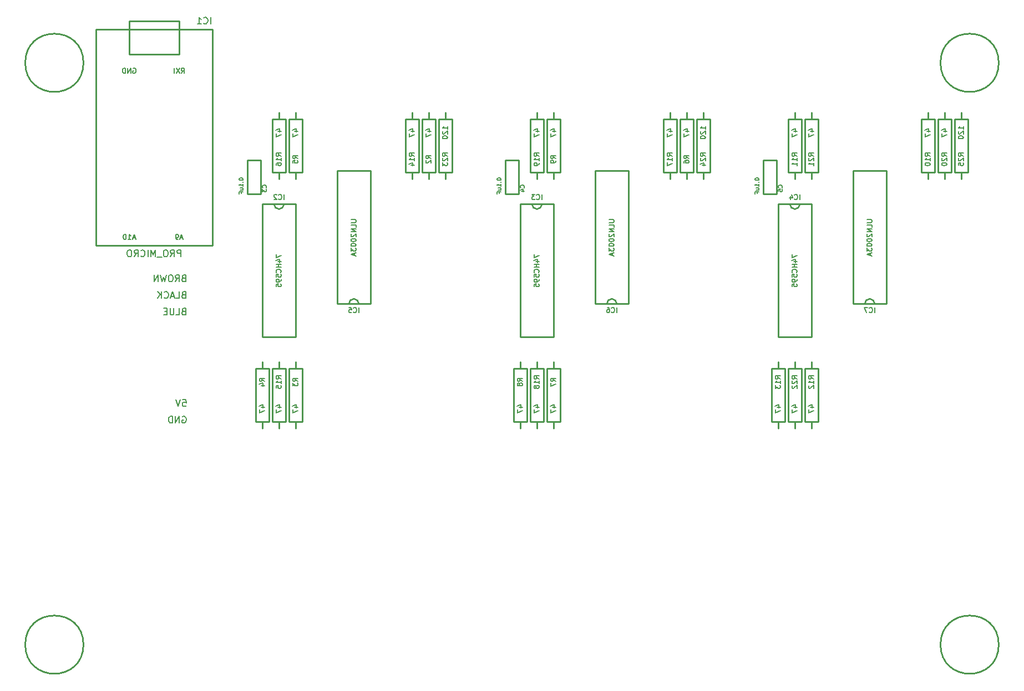
<source format=gbo>
G04 (created by PCBNEW (2013-07-07 BZR 4022)-stable) date Fri 01 Jul 2022 09:03:58 PM CDT*
%MOIN*%
G04 Gerber Fmt 3.4, Leading zero omitted, Abs format*
%FSLAX34Y34*%
G01*
G70*
G90*
G04 APERTURE LIST*
%ADD10C,0.00590551*%
%ADD11C,0.008*%
%ADD12C,0.01*%
%ADD13C,0.006*%
%ADD14C,0.005*%
G04 APERTURE END LIST*
G54D10*
G54D11*
X32695Y-41780D02*
X32733Y-41761D01*
X32790Y-41761D01*
X32847Y-41780D01*
X32885Y-41819D01*
X32904Y-41857D01*
X32923Y-41933D01*
X32923Y-41990D01*
X32904Y-42066D01*
X32885Y-42104D01*
X32847Y-42142D01*
X32790Y-42161D01*
X32752Y-42161D01*
X32695Y-42142D01*
X32676Y-42123D01*
X32676Y-41990D01*
X32752Y-41990D01*
X32504Y-42161D02*
X32504Y-41761D01*
X32276Y-42161D01*
X32276Y-41761D01*
X32085Y-42161D02*
X32085Y-41761D01*
X31990Y-41761D01*
X31933Y-41780D01*
X31895Y-41819D01*
X31876Y-41857D01*
X31857Y-41933D01*
X31857Y-41990D01*
X31876Y-42066D01*
X31895Y-42104D01*
X31933Y-42142D01*
X31990Y-42161D01*
X32085Y-42161D01*
X32714Y-40761D02*
X32904Y-40761D01*
X32923Y-40952D01*
X32904Y-40933D01*
X32866Y-40914D01*
X32771Y-40914D01*
X32733Y-40933D01*
X32714Y-40952D01*
X32695Y-40990D01*
X32695Y-41085D01*
X32714Y-41123D01*
X32733Y-41142D01*
X32771Y-41161D01*
X32866Y-41161D01*
X32904Y-41142D01*
X32923Y-41123D01*
X32580Y-40761D02*
X32447Y-41161D01*
X32314Y-40761D01*
X32771Y-35452D02*
X32714Y-35471D01*
X32695Y-35490D01*
X32676Y-35528D01*
X32676Y-35585D01*
X32695Y-35623D01*
X32714Y-35642D01*
X32752Y-35661D01*
X32904Y-35661D01*
X32904Y-35261D01*
X32771Y-35261D01*
X32733Y-35280D01*
X32714Y-35300D01*
X32695Y-35338D01*
X32695Y-35376D01*
X32714Y-35414D01*
X32733Y-35433D01*
X32771Y-35452D01*
X32904Y-35452D01*
X32314Y-35661D02*
X32504Y-35661D01*
X32504Y-35261D01*
X32180Y-35261D02*
X32180Y-35585D01*
X32161Y-35623D01*
X32142Y-35642D01*
X32104Y-35661D01*
X32028Y-35661D01*
X31990Y-35642D01*
X31971Y-35623D01*
X31952Y-35585D01*
X31952Y-35261D01*
X31761Y-35452D02*
X31628Y-35452D01*
X31571Y-35661D02*
X31761Y-35661D01*
X31761Y-35261D01*
X31571Y-35261D01*
X32771Y-34452D02*
X32714Y-34471D01*
X32695Y-34490D01*
X32676Y-34528D01*
X32676Y-34585D01*
X32695Y-34623D01*
X32714Y-34642D01*
X32752Y-34661D01*
X32904Y-34661D01*
X32904Y-34261D01*
X32771Y-34261D01*
X32733Y-34280D01*
X32714Y-34300D01*
X32695Y-34338D01*
X32695Y-34376D01*
X32714Y-34414D01*
X32733Y-34433D01*
X32771Y-34452D01*
X32904Y-34452D01*
X32314Y-34661D02*
X32504Y-34661D01*
X32504Y-34261D01*
X32200Y-34547D02*
X32009Y-34547D01*
X32238Y-34661D02*
X32104Y-34261D01*
X31971Y-34661D01*
X31609Y-34623D02*
X31628Y-34642D01*
X31685Y-34661D01*
X31723Y-34661D01*
X31780Y-34642D01*
X31819Y-34604D01*
X31838Y-34566D01*
X31857Y-34490D01*
X31857Y-34433D01*
X31838Y-34357D01*
X31819Y-34319D01*
X31780Y-34280D01*
X31723Y-34261D01*
X31685Y-34261D01*
X31628Y-34280D01*
X31609Y-34300D01*
X31438Y-34661D02*
X31438Y-34261D01*
X31209Y-34661D02*
X31380Y-34433D01*
X31209Y-34261D02*
X31438Y-34490D01*
X32771Y-33452D02*
X32714Y-33471D01*
X32695Y-33490D01*
X32676Y-33528D01*
X32676Y-33585D01*
X32695Y-33623D01*
X32714Y-33642D01*
X32752Y-33661D01*
X32904Y-33661D01*
X32904Y-33261D01*
X32771Y-33261D01*
X32733Y-33280D01*
X32714Y-33300D01*
X32695Y-33338D01*
X32695Y-33376D01*
X32714Y-33414D01*
X32733Y-33433D01*
X32771Y-33452D01*
X32904Y-33452D01*
X32276Y-33661D02*
X32409Y-33471D01*
X32504Y-33661D02*
X32504Y-33261D01*
X32352Y-33261D01*
X32314Y-33280D01*
X32295Y-33300D01*
X32276Y-33338D01*
X32276Y-33395D01*
X32295Y-33433D01*
X32314Y-33452D01*
X32352Y-33471D01*
X32504Y-33471D01*
X32028Y-33261D02*
X31952Y-33261D01*
X31914Y-33280D01*
X31876Y-33319D01*
X31857Y-33395D01*
X31857Y-33528D01*
X31876Y-33604D01*
X31914Y-33642D01*
X31952Y-33661D01*
X32028Y-33661D01*
X32066Y-33642D01*
X32104Y-33604D01*
X32123Y-33528D01*
X32123Y-33395D01*
X32104Y-33319D01*
X32066Y-33280D01*
X32028Y-33261D01*
X31723Y-33261D02*
X31628Y-33661D01*
X31552Y-33376D01*
X31476Y-33661D01*
X31380Y-33261D01*
X31228Y-33661D02*
X31228Y-33261D01*
X31000Y-33661D01*
X31000Y-33261D01*
G54D12*
X55000Y-27500D02*
X55000Y-27100D01*
X55000Y-27100D02*
X55400Y-27100D01*
X55400Y-27100D02*
X55400Y-23900D01*
X55400Y-23900D02*
X54600Y-23900D01*
X54600Y-23900D02*
X54600Y-27100D01*
X54600Y-27100D02*
X55000Y-27100D01*
X55000Y-23500D02*
X55000Y-23900D01*
X69500Y-38500D02*
X69500Y-38900D01*
X69500Y-38900D02*
X69100Y-38900D01*
X69100Y-38900D02*
X69100Y-42100D01*
X69100Y-42100D02*
X69900Y-42100D01*
X69900Y-42100D02*
X69900Y-38900D01*
X69900Y-38900D02*
X69500Y-38900D01*
X69500Y-42500D02*
X69500Y-42100D01*
X70500Y-27500D02*
X70500Y-27100D01*
X70500Y-27100D02*
X70900Y-27100D01*
X70900Y-27100D02*
X70900Y-23900D01*
X70900Y-23900D02*
X70100Y-23900D01*
X70100Y-23900D02*
X70100Y-27100D01*
X70100Y-27100D02*
X70500Y-27100D01*
X70500Y-23500D02*
X70500Y-23900D01*
X78500Y-27500D02*
X78500Y-27100D01*
X78500Y-27100D02*
X78900Y-27100D01*
X78900Y-27100D02*
X78900Y-23900D01*
X78900Y-23900D02*
X78100Y-23900D01*
X78100Y-23900D02*
X78100Y-27100D01*
X78100Y-27100D02*
X78500Y-27100D01*
X78500Y-23500D02*
X78500Y-23900D01*
X68500Y-38500D02*
X68500Y-38900D01*
X68500Y-38900D02*
X68100Y-38900D01*
X68100Y-38900D02*
X68100Y-42100D01*
X68100Y-42100D02*
X68900Y-42100D01*
X68900Y-42100D02*
X68900Y-38900D01*
X68900Y-38900D02*
X68500Y-38900D01*
X68500Y-42500D02*
X68500Y-42100D01*
X70500Y-38500D02*
X70500Y-38900D01*
X70500Y-38900D02*
X70100Y-38900D01*
X70100Y-38900D02*
X70100Y-42100D01*
X70100Y-42100D02*
X70900Y-42100D01*
X70900Y-42100D02*
X70900Y-38900D01*
X70900Y-38900D02*
X70500Y-38900D01*
X70500Y-42500D02*
X70500Y-42100D01*
X69500Y-27500D02*
X69500Y-27100D01*
X69500Y-27100D02*
X69900Y-27100D01*
X69900Y-27100D02*
X69900Y-23900D01*
X69900Y-23900D02*
X69100Y-23900D01*
X69100Y-23900D02*
X69100Y-27100D01*
X69100Y-27100D02*
X69500Y-27100D01*
X69500Y-23500D02*
X69500Y-23900D01*
X77500Y-27500D02*
X77500Y-27100D01*
X77500Y-27100D02*
X77900Y-27100D01*
X77900Y-27100D02*
X77900Y-23900D01*
X77900Y-23900D02*
X77100Y-23900D01*
X77100Y-23900D02*
X77100Y-27100D01*
X77100Y-27100D02*
X77500Y-27100D01*
X77500Y-23500D02*
X77500Y-23900D01*
X79500Y-27500D02*
X79500Y-27100D01*
X79500Y-27100D02*
X79900Y-27100D01*
X79900Y-27100D02*
X79900Y-23900D01*
X79900Y-23900D02*
X79100Y-23900D01*
X79100Y-23900D02*
X79100Y-27100D01*
X79100Y-27100D02*
X79500Y-27100D01*
X79500Y-23500D02*
X79500Y-23900D01*
X54000Y-27500D02*
X54000Y-27100D01*
X54000Y-27100D02*
X54400Y-27100D01*
X54400Y-27100D02*
X54400Y-23900D01*
X54400Y-23900D02*
X53600Y-23900D01*
X53600Y-23900D02*
X53600Y-27100D01*
X53600Y-27100D02*
X54000Y-27100D01*
X54000Y-23500D02*
X54000Y-23900D01*
X54000Y-38500D02*
X54000Y-38900D01*
X54000Y-38900D02*
X53600Y-38900D01*
X53600Y-38900D02*
X53600Y-42100D01*
X53600Y-42100D02*
X54400Y-42100D01*
X54400Y-42100D02*
X54400Y-38900D01*
X54400Y-38900D02*
X54000Y-38900D01*
X54000Y-42500D02*
X54000Y-42100D01*
X62000Y-27500D02*
X62000Y-27100D01*
X62000Y-27100D02*
X62400Y-27100D01*
X62400Y-27100D02*
X62400Y-23900D01*
X62400Y-23900D02*
X61600Y-23900D01*
X61600Y-23900D02*
X61600Y-27100D01*
X61600Y-27100D02*
X62000Y-27100D01*
X62000Y-23500D02*
X62000Y-23900D01*
X53000Y-38500D02*
X53000Y-38900D01*
X53000Y-38900D02*
X52600Y-38900D01*
X52600Y-38900D02*
X52600Y-42100D01*
X52600Y-42100D02*
X53400Y-42100D01*
X53400Y-42100D02*
X53400Y-38900D01*
X53400Y-38900D02*
X53000Y-38900D01*
X53000Y-42500D02*
X53000Y-42100D01*
X55000Y-38500D02*
X55000Y-38900D01*
X55000Y-38900D02*
X54600Y-38900D01*
X54600Y-38900D02*
X54600Y-42100D01*
X54600Y-42100D02*
X55400Y-42100D01*
X55400Y-42100D02*
X55400Y-38900D01*
X55400Y-38900D02*
X55000Y-38900D01*
X55000Y-42500D02*
X55000Y-42100D01*
X48500Y-27500D02*
X48500Y-27100D01*
X48500Y-27100D02*
X48900Y-27100D01*
X48900Y-27100D02*
X48900Y-23900D01*
X48900Y-23900D02*
X48100Y-23900D01*
X48100Y-23900D02*
X48100Y-27100D01*
X48100Y-27100D02*
X48500Y-27100D01*
X48500Y-23500D02*
X48500Y-23900D01*
X47500Y-27500D02*
X47500Y-27100D01*
X47500Y-27100D02*
X47900Y-27100D01*
X47900Y-27100D02*
X47900Y-23900D01*
X47900Y-23900D02*
X47100Y-23900D01*
X47100Y-23900D02*
X47100Y-27100D01*
X47100Y-27100D02*
X47500Y-27100D01*
X47500Y-23500D02*
X47500Y-23900D01*
X39500Y-38500D02*
X39500Y-38900D01*
X39500Y-38900D02*
X39100Y-38900D01*
X39100Y-38900D02*
X39100Y-42100D01*
X39100Y-42100D02*
X39900Y-42100D01*
X39900Y-42100D02*
X39900Y-38900D01*
X39900Y-38900D02*
X39500Y-38900D01*
X39500Y-42500D02*
X39500Y-42100D01*
X37500Y-38500D02*
X37500Y-38900D01*
X37500Y-38900D02*
X37100Y-38900D01*
X37100Y-38900D02*
X37100Y-42100D01*
X37100Y-42100D02*
X37900Y-42100D01*
X37900Y-42100D02*
X37900Y-38900D01*
X37900Y-38900D02*
X37500Y-38900D01*
X37500Y-42500D02*
X37500Y-42100D01*
X39500Y-27500D02*
X39500Y-27100D01*
X39500Y-27100D02*
X39900Y-27100D01*
X39900Y-27100D02*
X39900Y-23900D01*
X39900Y-23900D02*
X39100Y-23900D01*
X39100Y-23900D02*
X39100Y-27100D01*
X39100Y-27100D02*
X39500Y-27100D01*
X39500Y-23500D02*
X39500Y-23900D01*
X46500Y-27500D02*
X46500Y-27100D01*
X46500Y-27100D02*
X46900Y-27100D01*
X46900Y-27100D02*
X46900Y-23900D01*
X46900Y-23900D02*
X46100Y-23900D01*
X46100Y-23900D02*
X46100Y-27100D01*
X46100Y-27100D02*
X46500Y-27100D01*
X46500Y-23500D02*
X46500Y-23900D01*
X38500Y-38500D02*
X38500Y-38900D01*
X38500Y-38900D02*
X38100Y-38900D01*
X38100Y-38900D02*
X38100Y-42100D01*
X38100Y-42100D02*
X38900Y-42100D01*
X38900Y-42100D02*
X38900Y-38900D01*
X38900Y-38900D02*
X38500Y-38900D01*
X38500Y-42500D02*
X38500Y-42100D01*
X38500Y-27500D02*
X38500Y-27100D01*
X38500Y-27100D02*
X38900Y-27100D01*
X38900Y-27100D02*
X38900Y-23900D01*
X38900Y-23900D02*
X38100Y-23900D01*
X38100Y-23900D02*
X38100Y-27100D01*
X38100Y-27100D02*
X38500Y-27100D01*
X38500Y-23500D02*
X38500Y-23900D01*
X64000Y-27500D02*
X64000Y-27100D01*
X64000Y-27100D02*
X64400Y-27100D01*
X64400Y-27100D02*
X64400Y-23900D01*
X64400Y-23900D02*
X63600Y-23900D01*
X63600Y-23900D02*
X63600Y-27100D01*
X63600Y-27100D02*
X64000Y-27100D01*
X64000Y-23500D02*
X64000Y-23900D01*
X63000Y-27500D02*
X63000Y-27100D01*
X63000Y-27100D02*
X63400Y-27100D01*
X63400Y-27100D02*
X63400Y-23900D01*
X63400Y-23900D02*
X62600Y-23900D01*
X62600Y-23900D02*
X62600Y-27100D01*
X62600Y-27100D02*
X63000Y-27100D01*
X63000Y-23500D02*
X63000Y-23900D01*
X70500Y-29000D02*
X70500Y-37000D01*
X68500Y-29000D02*
X68500Y-37000D01*
X69500Y-29300D02*
G75*
G02X69200Y-29000I0J300D01*
G74*
G01*
X69800Y-29000D02*
G75*
G02X69500Y-29300I-300J0D01*
G74*
G01*
X68500Y-37000D02*
X70500Y-37000D01*
X70500Y-29000D02*
X68500Y-29000D01*
X73000Y-35000D02*
X73000Y-27000D01*
X75000Y-35000D02*
X75000Y-27000D01*
X74000Y-34700D02*
G75*
G02X74300Y-35000I0J-300D01*
G74*
G01*
X73700Y-35000D02*
G75*
G02X74000Y-34700I300J0D01*
G74*
G01*
X75000Y-27000D02*
X73000Y-27000D01*
X73000Y-35000D02*
X75000Y-35000D01*
X57500Y-35000D02*
X57500Y-27000D01*
X59500Y-35000D02*
X59500Y-27000D01*
X58500Y-34700D02*
G75*
G02X58800Y-35000I0J-300D01*
G74*
G01*
X58200Y-35000D02*
G75*
G02X58500Y-34700I300J0D01*
G74*
G01*
X59500Y-27000D02*
X57500Y-27000D01*
X57500Y-35000D02*
X59500Y-35000D01*
X55000Y-29000D02*
X55000Y-37000D01*
X53000Y-29000D02*
X53000Y-37000D01*
X54000Y-29300D02*
G75*
G02X53700Y-29000I0J300D01*
G74*
G01*
X54300Y-29000D02*
G75*
G02X54000Y-29300I-300J0D01*
G74*
G01*
X53000Y-37000D02*
X55000Y-37000D01*
X55000Y-29000D02*
X53000Y-29000D01*
X39500Y-29000D02*
X39500Y-37000D01*
X37500Y-29000D02*
X37500Y-37000D01*
X38500Y-29300D02*
G75*
G02X38200Y-29000I0J300D01*
G74*
G01*
X38800Y-29000D02*
G75*
G02X38500Y-29300I-300J0D01*
G74*
G01*
X37500Y-37000D02*
X39500Y-37000D01*
X39500Y-29000D02*
X37500Y-29000D01*
X42000Y-35000D02*
X42000Y-27000D01*
X44000Y-35000D02*
X44000Y-27000D01*
X43000Y-34700D02*
G75*
G02X43300Y-35000I0J-300D01*
G74*
G01*
X42700Y-35000D02*
G75*
G02X43000Y-34700I300J0D01*
G74*
G01*
X44000Y-27000D02*
X42000Y-27000D01*
X42000Y-35000D02*
X44000Y-35000D01*
X32500Y-20000D02*
X32500Y-18000D01*
X32500Y-18000D02*
X29500Y-18000D01*
X29500Y-18000D02*
X29500Y-20000D01*
X29500Y-20000D02*
X32500Y-20000D01*
X34500Y-18500D02*
X34500Y-31500D01*
X27500Y-31500D02*
X27500Y-18500D01*
X27500Y-18500D02*
X34500Y-18500D01*
X34500Y-31500D02*
X27500Y-31500D01*
X26750Y-55500D02*
G75*
G03X26750Y-55500I-1750J0D01*
G74*
G01*
X26750Y-20500D02*
G75*
G03X26750Y-20500I-1750J0D01*
G74*
G01*
X81750Y-20500D02*
G75*
G03X81750Y-20500I-1750J0D01*
G74*
G01*
X81750Y-55500D02*
G75*
G03X81750Y-55500I-1750J0D01*
G74*
G01*
X52100Y-28400D02*
X52100Y-26350D01*
X52900Y-28400D02*
X52900Y-26350D01*
X52900Y-26350D02*
X52100Y-26350D01*
X52100Y-28400D02*
X52900Y-28400D01*
X67600Y-28400D02*
X67600Y-26350D01*
X68400Y-28400D02*
X68400Y-26350D01*
X68400Y-26350D02*
X67600Y-26350D01*
X67600Y-28400D02*
X68400Y-28400D01*
X36600Y-28400D02*
X36600Y-26350D01*
X37400Y-28400D02*
X37400Y-26350D01*
X37400Y-26350D02*
X36600Y-26350D01*
X36600Y-28400D02*
X37400Y-28400D01*
G54D13*
X55121Y-26250D02*
X54978Y-26150D01*
X55121Y-26078D02*
X54821Y-26078D01*
X54821Y-26192D01*
X54835Y-26221D01*
X54850Y-26235D01*
X54878Y-26250D01*
X54921Y-26250D01*
X54950Y-26235D01*
X54964Y-26221D01*
X54978Y-26192D01*
X54978Y-26078D01*
X55121Y-26392D02*
X55121Y-26450D01*
X55107Y-26478D01*
X55092Y-26492D01*
X55050Y-26521D01*
X54992Y-26535D01*
X54878Y-26535D01*
X54850Y-26521D01*
X54835Y-26507D01*
X54821Y-26478D01*
X54821Y-26421D01*
X54835Y-26392D01*
X54850Y-26378D01*
X54878Y-26364D01*
X54950Y-26364D01*
X54978Y-26378D01*
X54992Y-26392D01*
X55007Y-26421D01*
X55007Y-26478D01*
X54992Y-26507D01*
X54978Y-26521D01*
X54950Y-26535D01*
X54921Y-24614D02*
X55121Y-24614D01*
X54807Y-24542D02*
X55021Y-24471D01*
X55021Y-24657D01*
X54821Y-24742D02*
X54821Y-24942D01*
X55121Y-24814D01*
X69621Y-39507D02*
X69478Y-39407D01*
X69621Y-39335D02*
X69321Y-39335D01*
X69321Y-39450D01*
X69335Y-39478D01*
X69350Y-39492D01*
X69378Y-39507D01*
X69421Y-39507D01*
X69450Y-39492D01*
X69464Y-39478D01*
X69478Y-39450D01*
X69478Y-39335D01*
X69350Y-39621D02*
X69335Y-39635D01*
X69321Y-39664D01*
X69321Y-39735D01*
X69335Y-39764D01*
X69350Y-39778D01*
X69378Y-39792D01*
X69407Y-39792D01*
X69450Y-39778D01*
X69621Y-39607D01*
X69621Y-39792D01*
X69350Y-39907D02*
X69335Y-39921D01*
X69321Y-39950D01*
X69321Y-40021D01*
X69335Y-40050D01*
X69350Y-40064D01*
X69378Y-40078D01*
X69407Y-40078D01*
X69450Y-40064D01*
X69621Y-39892D01*
X69621Y-40078D01*
X69421Y-41214D02*
X69621Y-41214D01*
X69307Y-41142D02*
X69521Y-41071D01*
X69521Y-41257D01*
X69321Y-41342D02*
X69321Y-41542D01*
X69621Y-41414D01*
X70621Y-26107D02*
X70478Y-26007D01*
X70621Y-25935D02*
X70321Y-25935D01*
X70321Y-26050D01*
X70335Y-26078D01*
X70350Y-26092D01*
X70378Y-26107D01*
X70421Y-26107D01*
X70450Y-26092D01*
X70464Y-26078D01*
X70478Y-26050D01*
X70478Y-25935D01*
X70350Y-26221D02*
X70335Y-26235D01*
X70321Y-26264D01*
X70321Y-26335D01*
X70335Y-26364D01*
X70350Y-26378D01*
X70378Y-26392D01*
X70407Y-26392D01*
X70450Y-26378D01*
X70621Y-26207D01*
X70621Y-26392D01*
X70621Y-26678D02*
X70621Y-26507D01*
X70621Y-26592D02*
X70321Y-26592D01*
X70364Y-26564D01*
X70392Y-26535D01*
X70407Y-26507D01*
X70421Y-24614D02*
X70621Y-24614D01*
X70307Y-24542D02*
X70521Y-24471D01*
X70521Y-24657D01*
X70321Y-24742D02*
X70321Y-24942D01*
X70621Y-24814D01*
X78621Y-26107D02*
X78478Y-26007D01*
X78621Y-25935D02*
X78321Y-25935D01*
X78321Y-26050D01*
X78335Y-26078D01*
X78350Y-26092D01*
X78378Y-26107D01*
X78421Y-26107D01*
X78450Y-26092D01*
X78464Y-26078D01*
X78478Y-26050D01*
X78478Y-25935D01*
X78350Y-26221D02*
X78335Y-26235D01*
X78321Y-26264D01*
X78321Y-26335D01*
X78335Y-26364D01*
X78350Y-26378D01*
X78378Y-26392D01*
X78407Y-26392D01*
X78450Y-26378D01*
X78621Y-26207D01*
X78621Y-26392D01*
X78321Y-26578D02*
X78321Y-26607D01*
X78335Y-26635D01*
X78350Y-26650D01*
X78378Y-26664D01*
X78435Y-26678D01*
X78507Y-26678D01*
X78564Y-26664D01*
X78592Y-26650D01*
X78607Y-26635D01*
X78621Y-26607D01*
X78621Y-26578D01*
X78607Y-26550D01*
X78592Y-26535D01*
X78564Y-26521D01*
X78507Y-26507D01*
X78435Y-26507D01*
X78378Y-26521D01*
X78350Y-26535D01*
X78335Y-26550D01*
X78321Y-26578D01*
X78421Y-24614D02*
X78621Y-24614D01*
X78307Y-24542D02*
X78521Y-24471D01*
X78521Y-24657D01*
X78321Y-24742D02*
X78321Y-24942D01*
X78621Y-24814D01*
X68621Y-39507D02*
X68478Y-39407D01*
X68621Y-39335D02*
X68321Y-39335D01*
X68321Y-39450D01*
X68335Y-39478D01*
X68350Y-39492D01*
X68378Y-39507D01*
X68421Y-39507D01*
X68450Y-39492D01*
X68464Y-39478D01*
X68478Y-39450D01*
X68478Y-39335D01*
X68621Y-39792D02*
X68621Y-39621D01*
X68621Y-39707D02*
X68321Y-39707D01*
X68364Y-39678D01*
X68392Y-39650D01*
X68407Y-39621D01*
X68321Y-39892D02*
X68321Y-40078D01*
X68435Y-39978D01*
X68435Y-40021D01*
X68450Y-40050D01*
X68464Y-40064D01*
X68492Y-40078D01*
X68564Y-40078D01*
X68592Y-40064D01*
X68607Y-40050D01*
X68621Y-40021D01*
X68621Y-39935D01*
X68607Y-39907D01*
X68592Y-39892D01*
X68421Y-41214D02*
X68621Y-41214D01*
X68307Y-41142D02*
X68521Y-41071D01*
X68521Y-41257D01*
X68321Y-41342D02*
X68321Y-41542D01*
X68621Y-41414D01*
X70621Y-39507D02*
X70478Y-39407D01*
X70621Y-39335D02*
X70321Y-39335D01*
X70321Y-39450D01*
X70335Y-39478D01*
X70350Y-39492D01*
X70378Y-39507D01*
X70421Y-39507D01*
X70450Y-39492D01*
X70464Y-39478D01*
X70478Y-39450D01*
X70478Y-39335D01*
X70621Y-39792D02*
X70621Y-39621D01*
X70621Y-39707D02*
X70321Y-39707D01*
X70364Y-39678D01*
X70392Y-39650D01*
X70407Y-39621D01*
X70350Y-39907D02*
X70335Y-39921D01*
X70321Y-39950D01*
X70321Y-40021D01*
X70335Y-40050D01*
X70350Y-40064D01*
X70378Y-40078D01*
X70407Y-40078D01*
X70450Y-40064D01*
X70621Y-39892D01*
X70621Y-40078D01*
X70421Y-41214D02*
X70621Y-41214D01*
X70307Y-41142D02*
X70521Y-41071D01*
X70521Y-41257D01*
X70321Y-41342D02*
X70321Y-41542D01*
X70621Y-41414D01*
X69621Y-26107D02*
X69478Y-26007D01*
X69621Y-25935D02*
X69321Y-25935D01*
X69321Y-26050D01*
X69335Y-26078D01*
X69350Y-26092D01*
X69378Y-26107D01*
X69421Y-26107D01*
X69450Y-26092D01*
X69464Y-26078D01*
X69478Y-26050D01*
X69478Y-25935D01*
X69621Y-26392D02*
X69621Y-26221D01*
X69621Y-26307D02*
X69321Y-26307D01*
X69364Y-26278D01*
X69392Y-26250D01*
X69407Y-26221D01*
X69621Y-26678D02*
X69621Y-26507D01*
X69621Y-26592D02*
X69321Y-26592D01*
X69364Y-26564D01*
X69392Y-26535D01*
X69407Y-26507D01*
X69421Y-24614D02*
X69621Y-24614D01*
X69307Y-24542D02*
X69521Y-24471D01*
X69521Y-24657D01*
X69321Y-24742D02*
X69321Y-24942D01*
X69621Y-24814D01*
X77621Y-26107D02*
X77478Y-26007D01*
X77621Y-25935D02*
X77321Y-25935D01*
X77321Y-26050D01*
X77335Y-26078D01*
X77350Y-26092D01*
X77378Y-26107D01*
X77421Y-26107D01*
X77450Y-26092D01*
X77464Y-26078D01*
X77478Y-26050D01*
X77478Y-25935D01*
X77621Y-26392D02*
X77621Y-26221D01*
X77621Y-26307D02*
X77321Y-26307D01*
X77364Y-26278D01*
X77392Y-26250D01*
X77407Y-26221D01*
X77321Y-26578D02*
X77321Y-26607D01*
X77335Y-26635D01*
X77350Y-26650D01*
X77378Y-26664D01*
X77435Y-26678D01*
X77507Y-26678D01*
X77564Y-26664D01*
X77592Y-26650D01*
X77607Y-26635D01*
X77621Y-26607D01*
X77621Y-26578D01*
X77607Y-26550D01*
X77592Y-26535D01*
X77564Y-26521D01*
X77507Y-26507D01*
X77435Y-26507D01*
X77378Y-26521D01*
X77350Y-26535D01*
X77335Y-26550D01*
X77321Y-26578D01*
X77421Y-24614D02*
X77621Y-24614D01*
X77307Y-24542D02*
X77521Y-24471D01*
X77521Y-24657D01*
X77321Y-24742D02*
X77321Y-24942D01*
X77621Y-24814D01*
X79621Y-26107D02*
X79478Y-26007D01*
X79621Y-25935D02*
X79321Y-25935D01*
X79321Y-26050D01*
X79335Y-26078D01*
X79350Y-26092D01*
X79378Y-26107D01*
X79421Y-26107D01*
X79450Y-26092D01*
X79464Y-26078D01*
X79478Y-26050D01*
X79478Y-25935D01*
X79350Y-26221D02*
X79335Y-26235D01*
X79321Y-26264D01*
X79321Y-26335D01*
X79335Y-26364D01*
X79350Y-26378D01*
X79378Y-26392D01*
X79407Y-26392D01*
X79450Y-26378D01*
X79621Y-26207D01*
X79621Y-26392D01*
X79321Y-26664D02*
X79321Y-26521D01*
X79464Y-26507D01*
X79450Y-26521D01*
X79435Y-26550D01*
X79435Y-26621D01*
X79450Y-26650D01*
X79464Y-26664D01*
X79492Y-26678D01*
X79564Y-26678D01*
X79592Y-26664D01*
X79607Y-26650D01*
X79621Y-26621D01*
X79621Y-26550D01*
X79607Y-26521D01*
X79592Y-26507D01*
X79621Y-24500D02*
X79621Y-24328D01*
X79621Y-24414D02*
X79321Y-24414D01*
X79364Y-24385D01*
X79392Y-24357D01*
X79407Y-24328D01*
X79350Y-24614D02*
X79335Y-24628D01*
X79321Y-24657D01*
X79321Y-24728D01*
X79335Y-24757D01*
X79350Y-24771D01*
X79378Y-24785D01*
X79407Y-24785D01*
X79450Y-24771D01*
X79621Y-24600D01*
X79621Y-24785D01*
X79321Y-24971D02*
X79321Y-25000D01*
X79335Y-25028D01*
X79350Y-25042D01*
X79378Y-25057D01*
X79435Y-25071D01*
X79507Y-25071D01*
X79564Y-25057D01*
X79592Y-25042D01*
X79607Y-25028D01*
X79621Y-25000D01*
X79621Y-24971D01*
X79607Y-24942D01*
X79592Y-24928D01*
X79564Y-24914D01*
X79507Y-24900D01*
X79435Y-24900D01*
X79378Y-24914D01*
X79350Y-24928D01*
X79335Y-24942D01*
X79321Y-24971D01*
X54121Y-26107D02*
X53978Y-26007D01*
X54121Y-25935D02*
X53821Y-25935D01*
X53821Y-26050D01*
X53835Y-26078D01*
X53850Y-26092D01*
X53878Y-26107D01*
X53921Y-26107D01*
X53950Y-26092D01*
X53964Y-26078D01*
X53978Y-26050D01*
X53978Y-25935D01*
X54121Y-26392D02*
X54121Y-26221D01*
X54121Y-26307D02*
X53821Y-26307D01*
X53864Y-26278D01*
X53892Y-26250D01*
X53907Y-26221D01*
X54121Y-26535D02*
X54121Y-26592D01*
X54107Y-26621D01*
X54092Y-26635D01*
X54050Y-26664D01*
X53992Y-26678D01*
X53878Y-26678D01*
X53850Y-26664D01*
X53835Y-26650D01*
X53821Y-26621D01*
X53821Y-26564D01*
X53835Y-26535D01*
X53850Y-26521D01*
X53878Y-26507D01*
X53950Y-26507D01*
X53978Y-26521D01*
X53992Y-26535D01*
X54007Y-26564D01*
X54007Y-26621D01*
X53992Y-26650D01*
X53978Y-26664D01*
X53950Y-26678D01*
X53921Y-24614D02*
X54121Y-24614D01*
X53807Y-24542D02*
X54021Y-24471D01*
X54021Y-24657D01*
X53821Y-24742D02*
X53821Y-24942D01*
X54121Y-24814D01*
X54121Y-39507D02*
X53978Y-39407D01*
X54121Y-39335D02*
X53821Y-39335D01*
X53821Y-39450D01*
X53835Y-39478D01*
X53850Y-39492D01*
X53878Y-39507D01*
X53921Y-39507D01*
X53950Y-39492D01*
X53964Y-39478D01*
X53978Y-39450D01*
X53978Y-39335D01*
X54121Y-39792D02*
X54121Y-39621D01*
X54121Y-39707D02*
X53821Y-39707D01*
X53864Y-39678D01*
X53892Y-39650D01*
X53907Y-39621D01*
X53950Y-39964D02*
X53935Y-39935D01*
X53921Y-39921D01*
X53892Y-39907D01*
X53878Y-39907D01*
X53850Y-39921D01*
X53835Y-39935D01*
X53821Y-39964D01*
X53821Y-40021D01*
X53835Y-40050D01*
X53850Y-40064D01*
X53878Y-40078D01*
X53892Y-40078D01*
X53921Y-40064D01*
X53935Y-40050D01*
X53950Y-40021D01*
X53950Y-39964D01*
X53964Y-39935D01*
X53978Y-39921D01*
X54007Y-39907D01*
X54064Y-39907D01*
X54092Y-39921D01*
X54107Y-39935D01*
X54121Y-39964D01*
X54121Y-40021D01*
X54107Y-40050D01*
X54092Y-40064D01*
X54064Y-40078D01*
X54007Y-40078D01*
X53978Y-40064D01*
X53964Y-40050D01*
X53950Y-40021D01*
X53921Y-41214D02*
X54121Y-41214D01*
X53807Y-41142D02*
X54021Y-41071D01*
X54021Y-41257D01*
X53821Y-41342D02*
X53821Y-41542D01*
X54121Y-41414D01*
X62121Y-26107D02*
X61978Y-26007D01*
X62121Y-25935D02*
X61821Y-25935D01*
X61821Y-26050D01*
X61835Y-26078D01*
X61850Y-26092D01*
X61878Y-26107D01*
X61921Y-26107D01*
X61950Y-26092D01*
X61964Y-26078D01*
X61978Y-26050D01*
X61978Y-25935D01*
X62121Y-26392D02*
X62121Y-26221D01*
X62121Y-26307D02*
X61821Y-26307D01*
X61864Y-26278D01*
X61892Y-26250D01*
X61907Y-26221D01*
X61821Y-26492D02*
X61821Y-26692D01*
X62121Y-26564D01*
X61921Y-24614D02*
X62121Y-24614D01*
X61807Y-24542D02*
X62021Y-24471D01*
X62021Y-24657D01*
X61821Y-24742D02*
X61821Y-24942D01*
X62121Y-24814D01*
X53121Y-39650D02*
X52978Y-39550D01*
X53121Y-39478D02*
X52821Y-39478D01*
X52821Y-39592D01*
X52835Y-39621D01*
X52850Y-39635D01*
X52878Y-39650D01*
X52921Y-39650D01*
X52950Y-39635D01*
X52964Y-39621D01*
X52978Y-39592D01*
X52978Y-39478D01*
X52950Y-39821D02*
X52935Y-39792D01*
X52921Y-39778D01*
X52892Y-39764D01*
X52878Y-39764D01*
X52850Y-39778D01*
X52835Y-39792D01*
X52821Y-39821D01*
X52821Y-39878D01*
X52835Y-39907D01*
X52850Y-39921D01*
X52878Y-39935D01*
X52892Y-39935D01*
X52921Y-39921D01*
X52935Y-39907D01*
X52950Y-39878D01*
X52950Y-39821D01*
X52964Y-39792D01*
X52978Y-39778D01*
X53007Y-39764D01*
X53064Y-39764D01*
X53092Y-39778D01*
X53107Y-39792D01*
X53121Y-39821D01*
X53121Y-39878D01*
X53107Y-39907D01*
X53092Y-39921D01*
X53064Y-39935D01*
X53007Y-39935D01*
X52978Y-39921D01*
X52964Y-39907D01*
X52950Y-39878D01*
X52921Y-41214D02*
X53121Y-41214D01*
X52807Y-41142D02*
X53021Y-41071D01*
X53021Y-41257D01*
X52821Y-41342D02*
X52821Y-41542D01*
X53121Y-41414D01*
X55121Y-39650D02*
X54978Y-39550D01*
X55121Y-39478D02*
X54821Y-39478D01*
X54821Y-39592D01*
X54835Y-39621D01*
X54850Y-39635D01*
X54878Y-39650D01*
X54921Y-39650D01*
X54950Y-39635D01*
X54964Y-39621D01*
X54978Y-39592D01*
X54978Y-39478D01*
X54821Y-39750D02*
X54821Y-39950D01*
X55121Y-39821D01*
X54921Y-41214D02*
X55121Y-41214D01*
X54807Y-41142D02*
X55021Y-41071D01*
X55021Y-41257D01*
X54821Y-41342D02*
X54821Y-41542D01*
X55121Y-41414D01*
X48621Y-26107D02*
X48478Y-26007D01*
X48621Y-25935D02*
X48321Y-25935D01*
X48321Y-26050D01*
X48335Y-26078D01*
X48350Y-26092D01*
X48378Y-26107D01*
X48421Y-26107D01*
X48450Y-26092D01*
X48464Y-26078D01*
X48478Y-26050D01*
X48478Y-25935D01*
X48350Y-26221D02*
X48335Y-26235D01*
X48321Y-26264D01*
X48321Y-26335D01*
X48335Y-26364D01*
X48350Y-26378D01*
X48378Y-26392D01*
X48407Y-26392D01*
X48450Y-26378D01*
X48621Y-26207D01*
X48621Y-26392D01*
X48321Y-26492D02*
X48321Y-26678D01*
X48435Y-26578D01*
X48435Y-26621D01*
X48450Y-26650D01*
X48464Y-26664D01*
X48492Y-26678D01*
X48564Y-26678D01*
X48592Y-26664D01*
X48607Y-26650D01*
X48621Y-26621D01*
X48621Y-26535D01*
X48607Y-26507D01*
X48592Y-26492D01*
X48621Y-24500D02*
X48621Y-24328D01*
X48621Y-24414D02*
X48321Y-24414D01*
X48364Y-24385D01*
X48392Y-24357D01*
X48407Y-24328D01*
X48350Y-24614D02*
X48335Y-24628D01*
X48321Y-24657D01*
X48321Y-24728D01*
X48335Y-24757D01*
X48350Y-24771D01*
X48378Y-24785D01*
X48407Y-24785D01*
X48450Y-24771D01*
X48621Y-24600D01*
X48621Y-24785D01*
X48321Y-24971D02*
X48321Y-25000D01*
X48335Y-25028D01*
X48350Y-25042D01*
X48378Y-25057D01*
X48435Y-25071D01*
X48507Y-25071D01*
X48564Y-25057D01*
X48592Y-25042D01*
X48607Y-25028D01*
X48621Y-25000D01*
X48621Y-24971D01*
X48607Y-24942D01*
X48592Y-24928D01*
X48564Y-24914D01*
X48507Y-24900D01*
X48435Y-24900D01*
X48378Y-24914D01*
X48350Y-24928D01*
X48335Y-24942D01*
X48321Y-24971D01*
X47621Y-26250D02*
X47478Y-26150D01*
X47621Y-26078D02*
X47321Y-26078D01*
X47321Y-26192D01*
X47335Y-26221D01*
X47350Y-26235D01*
X47378Y-26250D01*
X47421Y-26250D01*
X47450Y-26235D01*
X47464Y-26221D01*
X47478Y-26192D01*
X47478Y-26078D01*
X47350Y-26364D02*
X47335Y-26378D01*
X47321Y-26407D01*
X47321Y-26478D01*
X47335Y-26507D01*
X47350Y-26521D01*
X47378Y-26535D01*
X47407Y-26535D01*
X47450Y-26521D01*
X47621Y-26350D01*
X47621Y-26535D01*
X47421Y-24614D02*
X47621Y-24614D01*
X47307Y-24542D02*
X47521Y-24471D01*
X47521Y-24657D01*
X47321Y-24742D02*
X47321Y-24942D01*
X47621Y-24814D01*
X39621Y-39650D02*
X39478Y-39550D01*
X39621Y-39478D02*
X39321Y-39478D01*
X39321Y-39592D01*
X39335Y-39621D01*
X39350Y-39635D01*
X39378Y-39650D01*
X39421Y-39650D01*
X39450Y-39635D01*
X39464Y-39621D01*
X39478Y-39592D01*
X39478Y-39478D01*
X39321Y-39750D02*
X39321Y-39935D01*
X39435Y-39835D01*
X39435Y-39878D01*
X39450Y-39907D01*
X39464Y-39921D01*
X39492Y-39935D01*
X39564Y-39935D01*
X39592Y-39921D01*
X39607Y-39907D01*
X39621Y-39878D01*
X39621Y-39792D01*
X39607Y-39764D01*
X39592Y-39750D01*
X39421Y-41214D02*
X39621Y-41214D01*
X39307Y-41142D02*
X39521Y-41071D01*
X39521Y-41257D01*
X39321Y-41342D02*
X39321Y-41542D01*
X39621Y-41414D01*
X37621Y-39650D02*
X37478Y-39550D01*
X37621Y-39478D02*
X37321Y-39478D01*
X37321Y-39592D01*
X37335Y-39621D01*
X37350Y-39635D01*
X37378Y-39650D01*
X37421Y-39650D01*
X37450Y-39635D01*
X37464Y-39621D01*
X37478Y-39592D01*
X37478Y-39478D01*
X37421Y-39907D02*
X37621Y-39907D01*
X37307Y-39835D02*
X37521Y-39764D01*
X37521Y-39950D01*
X37421Y-41214D02*
X37621Y-41214D01*
X37307Y-41142D02*
X37521Y-41071D01*
X37521Y-41257D01*
X37321Y-41342D02*
X37321Y-41542D01*
X37621Y-41414D01*
X39621Y-26250D02*
X39478Y-26150D01*
X39621Y-26078D02*
X39321Y-26078D01*
X39321Y-26192D01*
X39335Y-26221D01*
X39350Y-26235D01*
X39378Y-26250D01*
X39421Y-26250D01*
X39450Y-26235D01*
X39464Y-26221D01*
X39478Y-26192D01*
X39478Y-26078D01*
X39321Y-26521D02*
X39321Y-26378D01*
X39464Y-26364D01*
X39450Y-26378D01*
X39435Y-26407D01*
X39435Y-26478D01*
X39450Y-26507D01*
X39464Y-26521D01*
X39492Y-26535D01*
X39564Y-26535D01*
X39592Y-26521D01*
X39607Y-26507D01*
X39621Y-26478D01*
X39621Y-26407D01*
X39607Y-26378D01*
X39592Y-26364D01*
X39421Y-24614D02*
X39621Y-24614D01*
X39307Y-24542D02*
X39521Y-24471D01*
X39521Y-24657D01*
X39321Y-24742D02*
X39321Y-24942D01*
X39621Y-24814D01*
X46621Y-26107D02*
X46478Y-26007D01*
X46621Y-25935D02*
X46321Y-25935D01*
X46321Y-26050D01*
X46335Y-26078D01*
X46350Y-26092D01*
X46378Y-26107D01*
X46421Y-26107D01*
X46450Y-26092D01*
X46464Y-26078D01*
X46478Y-26050D01*
X46478Y-25935D01*
X46621Y-26392D02*
X46621Y-26221D01*
X46621Y-26307D02*
X46321Y-26307D01*
X46364Y-26278D01*
X46392Y-26250D01*
X46407Y-26221D01*
X46421Y-26650D02*
X46621Y-26650D01*
X46307Y-26578D02*
X46521Y-26507D01*
X46521Y-26692D01*
X46421Y-24614D02*
X46621Y-24614D01*
X46307Y-24542D02*
X46521Y-24471D01*
X46521Y-24657D01*
X46321Y-24742D02*
X46321Y-24942D01*
X46621Y-24814D01*
X38621Y-39507D02*
X38478Y-39407D01*
X38621Y-39335D02*
X38321Y-39335D01*
X38321Y-39450D01*
X38335Y-39478D01*
X38350Y-39492D01*
X38378Y-39507D01*
X38421Y-39507D01*
X38450Y-39492D01*
X38464Y-39478D01*
X38478Y-39450D01*
X38478Y-39335D01*
X38621Y-39792D02*
X38621Y-39621D01*
X38621Y-39707D02*
X38321Y-39707D01*
X38364Y-39678D01*
X38392Y-39650D01*
X38407Y-39621D01*
X38321Y-40064D02*
X38321Y-39921D01*
X38464Y-39907D01*
X38450Y-39921D01*
X38435Y-39950D01*
X38435Y-40021D01*
X38450Y-40050D01*
X38464Y-40064D01*
X38492Y-40078D01*
X38564Y-40078D01*
X38592Y-40064D01*
X38607Y-40050D01*
X38621Y-40021D01*
X38621Y-39950D01*
X38607Y-39921D01*
X38592Y-39907D01*
X38421Y-41214D02*
X38621Y-41214D01*
X38307Y-41142D02*
X38521Y-41071D01*
X38521Y-41257D01*
X38321Y-41342D02*
X38321Y-41542D01*
X38621Y-41414D01*
X38621Y-26107D02*
X38478Y-26007D01*
X38621Y-25935D02*
X38321Y-25935D01*
X38321Y-26050D01*
X38335Y-26078D01*
X38350Y-26092D01*
X38378Y-26107D01*
X38421Y-26107D01*
X38450Y-26092D01*
X38464Y-26078D01*
X38478Y-26050D01*
X38478Y-25935D01*
X38621Y-26392D02*
X38621Y-26221D01*
X38621Y-26307D02*
X38321Y-26307D01*
X38364Y-26278D01*
X38392Y-26250D01*
X38407Y-26221D01*
X38321Y-26650D02*
X38321Y-26592D01*
X38335Y-26564D01*
X38350Y-26550D01*
X38392Y-26521D01*
X38450Y-26507D01*
X38564Y-26507D01*
X38592Y-26521D01*
X38607Y-26535D01*
X38621Y-26564D01*
X38621Y-26621D01*
X38607Y-26650D01*
X38592Y-26664D01*
X38564Y-26678D01*
X38492Y-26678D01*
X38464Y-26664D01*
X38450Y-26650D01*
X38435Y-26621D01*
X38435Y-26564D01*
X38450Y-26535D01*
X38464Y-26521D01*
X38492Y-26507D01*
X38421Y-24614D02*
X38621Y-24614D01*
X38307Y-24542D02*
X38521Y-24471D01*
X38521Y-24657D01*
X38321Y-24742D02*
X38321Y-24942D01*
X38621Y-24814D01*
X64121Y-26107D02*
X63978Y-26007D01*
X64121Y-25935D02*
X63821Y-25935D01*
X63821Y-26050D01*
X63835Y-26078D01*
X63850Y-26092D01*
X63878Y-26107D01*
X63921Y-26107D01*
X63950Y-26092D01*
X63964Y-26078D01*
X63978Y-26050D01*
X63978Y-25935D01*
X63850Y-26221D02*
X63835Y-26235D01*
X63821Y-26264D01*
X63821Y-26335D01*
X63835Y-26364D01*
X63850Y-26378D01*
X63878Y-26392D01*
X63907Y-26392D01*
X63950Y-26378D01*
X64121Y-26207D01*
X64121Y-26392D01*
X63921Y-26650D02*
X64121Y-26650D01*
X63807Y-26578D02*
X64021Y-26507D01*
X64021Y-26692D01*
X64121Y-24500D02*
X64121Y-24328D01*
X64121Y-24414D02*
X63821Y-24414D01*
X63864Y-24385D01*
X63892Y-24357D01*
X63907Y-24328D01*
X63850Y-24614D02*
X63835Y-24628D01*
X63821Y-24657D01*
X63821Y-24728D01*
X63835Y-24757D01*
X63850Y-24771D01*
X63878Y-24785D01*
X63907Y-24785D01*
X63950Y-24771D01*
X64121Y-24600D01*
X64121Y-24785D01*
X63821Y-24971D02*
X63821Y-25000D01*
X63835Y-25028D01*
X63850Y-25042D01*
X63878Y-25057D01*
X63935Y-25071D01*
X64007Y-25071D01*
X64064Y-25057D01*
X64092Y-25042D01*
X64107Y-25028D01*
X64121Y-25000D01*
X64121Y-24971D01*
X64107Y-24942D01*
X64092Y-24928D01*
X64064Y-24914D01*
X64007Y-24900D01*
X63935Y-24900D01*
X63878Y-24914D01*
X63850Y-24928D01*
X63835Y-24942D01*
X63821Y-24971D01*
X63121Y-26250D02*
X62978Y-26150D01*
X63121Y-26078D02*
X62821Y-26078D01*
X62821Y-26192D01*
X62835Y-26221D01*
X62850Y-26235D01*
X62878Y-26250D01*
X62921Y-26250D01*
X62950Y-26235D01*
X62964Y-26221D01*
X62978Y-26192D01*
X62978Y-26078D01*
X62821Y-26507D02*
X62821Y-26450D01*
X62835Y-26421D01*
X62850Y-26407D01*
X62892Y-26378D01*
X62950Y-26364D01*
X63064Y-26364D01*
X63092Y-26378D01*
X63107Y-26392D01*
X63121Y-26421D01*
X63121Y-26478D01*
X63107Y-26507D01*
X63092Y-26521D01*
X63064Y-26535D01*
X62992Y-26535D01*
X62964Y-26521D01*
X62950Y-26507D01*
X62935Y-26478D01*
X62935Y-26421D01*
X62950Y-26392D01*
X62964Y-26378D01*
X62992Y-26364D01*
X62921Y-24614D02*
X63121Y-24614D01*
X62807Y-24542D02*
X63021Y-24471D01*
X63021Y-24657D01*
X62821Y-24742D02*
X62821Y-24942D01*
X63121Y-24814D01*
X69792Y-28721D02*
X69792Y-28421D01*
X69478Y-28692D02*
X69492Y-28707D01*
X69535Y-28721D01*
X69564Y-28721D01*
X69607Y-28707D01*
X69635Y-28678D01*
X69649Y-28650D01*
X69664Y-28592D01*
X69664Y-28550D01*
X69649Y-28492D01*
X69635Y-28464D01*
X69607Y-28435D01*
X69564Y-28421D01*
X69535Y-28421D01*
X69492Y-28435D01*
X69478Y-28450D01*
X69221Y-28521D02*
X69221Y-28721D01*
X69292Y-28407D02*
X69364Y-28621D01*
X69178Y-28621D01*
X69321Y-32021D02*
X69321Y-32221D01*
X69621Y-32092D01*
X69421Y-32464D02*
X69621Y-32464D01*
X69307Y-32392D02*
X69521Y-32321D01*
X69521Y-32507D01*
X69621Y-32621D02*
X69321Y-32621D01*
X69464Y-32621D02*
X69464Y-32792D01*
X69621Y-32792D02*
X69321Y-32792D01*
X69592Y-33107D02*
X69607Y-33092D01*
X69621Y-33050D01*
X69621Y-33021D01*
X69607Y-32978D01*
X69578Y-32950D01*
X69550Y-32935D01*
X69492Y-32921D01*
X69450Y-32921D01*
X69392Y-32935D01*
X69364Y-32950D01*
X69335Y-32978D01*
X69321Y-33021D01*
X69321Y-33050D01*
X69335Y-33092D01*
X69350Y-33107D01*
X69321Y-33378D02*
X69321Y-33235D01*
X69464Y-33221D01*
X69450Y-33235D01*
X69435Y-33264D01*
X69435Y-33335D01*
X69450Y-33364D01*
X69464Y-33378D01*
X69492Y-33392D01*
X69564Y-33392D01*
X69592Y-33378D01*
X69607Y-33364D01*
X69621Y-33335D01*
X69621Y-33264D01*
X69607Y-33235D01*
X69592Y-33221D01*
X69621Y-33535D02*
X69621Y-33592D01*
X69607Y-33621D01*
X69592Y-33635D01*
X69550Y-33664D01*
X69492Y-33678D01*
X69378Y-33678D01*
X69350Y-33664D01*
X69335Y-33650D01*
X69321Y-33621D01*
X69321Y-33564D01*
X69335Y-33535D01*
X69350Y-33521D01*
X69378Y-33507D01*
X69450Y-33507D01*
X69478Y-33521D01*
X69492Y-33535D01*
X69507Y-33564D01*
X69507Y-33621D01*
X69492Y-33650D01*
X69478Y-33664D01*
X69450Y-33678D01*
X69321Y-33950D02*
X69321Y-33807D01*
X69464Y-33792D01*
X69450Y-33807D01*
X69435Y-33835D01*
X69435Y-33907D01*
X69450Y-33935D01*
X69464Y-33950D01*
X69492Y-33964D01*
X69564Y-33964D01*
X69592Y-33950D01*
X69607Y-33935D01*
X69621Y-33907D01*
X69621Y-33835D01*
X69607Y-33807D01*
X69592Y-33792D01*
X74292Y-35521D02*
X74292Y-35221D01*
X73978Y-35492D02*
X73992Y-35507D01*
X74035Y-35521D01*
X74064Y-35521D01*
X74107Y-35507D01*
X74135Y-35478D01*
X74149Y-35450D01*
X74164Y-35392D01*
X74164Y-35350D01*
X74149Y-35292D01*
X74135Y-35264D01*
X74107Y-35235D01*
X74064Y-35221D01*
X74035Y-35221D01*
X73992Y-35235D01*
X73978Y-35250D01*
X73878Y-35221D02*
X73678Y-35221D01*
X73807Y-35521D01*
X73821Y-29935D02*
X74064Y-29935D01*
X74092Y-29950D01*
X74107Y-29964D01*
X74121Y-29992D01*
X74121Y-30050D01*
X74107Y-30078D01*
X74092Y-30092D01*
X74064Y-30107D01*
X73821Y-30107D01*
X74121Y-30392D02*
X74121Y-30250D01*
X73821Y-30250D01*
X74121Y-30492D02*
X73821Y-30492D01*
X74121Y-30664D01*
X73821Y-30664D01*
X73850Y-30792D02*
X73835Y-30807D01*
X73821Y-30835D01*
X73821Y-30907D01*
X73835Y-30935D01*
X73850Y-30950D01*
X73878Y-30964D01*
X73907Y-30964D01*
X73950Y-30950D01*
X74121Y-30778D01*
X74121Y-30964D01*
X73821Y-31150D02*
X73821Y-31178D01*
X73835Y-31207D01*
X73850Y-31221D01*
X73878Y-31235D01*
X73935Y-31250D01*
X74007Y-31250D01*
X74064Y-31235D01*
X74092Y-31221D01*
X74107Y-31207D01*
X74121Y-31178D01*
X74121Y-31150D01*
X74107Y-31121D01*
X74092Y-31107D01*
X74064Y-31092D01*
X74007Y-31078D01*
X73935Y-31078D01*
X73878Y-31092D01*
X73850Y-31107D01*
X73835Y-31121D01*
X73821Y-31150D01*
X73821Y-31435D02*
X73821Y-31464D01*
X73835Y-31492D01*
X73850Y-31507D01*
X73878Y-31521D01*
X73935Y-31535D01*
X74007Y-31535D01*
X74064Y-31521D01*
X74092Y-31507D01*
X74107Y-31492D01*
X74121Y-31464D01*
X74121Y-31435D01*
X74107Y-31407D01*
X74092Y-31392D01*
X74064Y-31378D01*
X74007Y-31364D01*
X73935Y-31364D01*
X73878Y-31378D01*
X73850Y-31392D01*
X73835Y-31407D01*
X73821Y-31435D01*
X73821Y-31635D02*
X73821Y-31821D01*
X73935Y-31721D01*
X73935Y-31764D01*
X73950Y-31792D01*
X73964Y-31807D01*
X73992Y-31821D01*
X74064Y-31821D01*
X74092Y-31807D01*
X74107Y-31792D01*
X74121Y-31764D01*
X74121Y-31678D01*
X74107Y-31650D01*
X74092Y-31635D01*
X74035Y-31935D02*
X74035Y-32078D01*
X74121Y-31907D02*
X73821Y-32007D01*
X74121Y-32107D01*
X58792Y-35521D02*
X58792Y-35221D01*
X58478Y-35492D02*
X58492Y-35507D01*
X58535Y-35521D01*
X58564Y-35521D01*
X58607Y-35507D01*
X58635Y-35478D01*
X58649Y-35450D01*
X58664Y-35392D01*
X58664Y-35350D01*
X58649Y-35292D01*
X58635Y-35264D01*
X58607Y-35235D01*
X58564Y-35221D01*
X58535Y-35221D01*
X58492Y-35235D01*
X58478Y-35250D01*
X58221Y-35221D02*
X58278Y-35221D01*
X58307Y-35235D01*
X58321Y-35250D01*
X58349Y-35292D01*
X58364Y-35350D01*
X58364Y-35464D01*
X58349Y-35492D01*
X58335Y-35507D01*
X58307Y-35521D01*
X58249Y-35521D01*
X58221Y-35507D01*
X58207Y-35492D01*
X58192Y-35464D01*
X58192Y-35392D01*
X58207Y-35364D01*
X58221Y-35350D01*
X58249Y-35335D01*
X58307Y-35335D01*
X58335Y-35350D01*
X58349Y-35364D01*
X58364Y-35392D01*
X58321Y-29935D02*
X58564Y-29935D01*
X58592Y-29950D01*
X58607Y-29964D01*
X58621Y-29992D01*
X58621Y-30050D01*
X58607Y-30078D01*
X58592Y-30092D01*
X58564Y-30107D01*
X58321Y-30107D01*
X58621Y-30392D02*
X58621Y-30250D01*
X58321Y-30250D01*
X58621Y-30492D02*
X58321Y-30492D01*
X58621Y-30664D01*
X58321Y-30664D01*
X58350Y-30792D02*
X58335Y-30807D01*
X58321Y-30835D01*
X58321Y-30907D01*
X58335Y-30935D01*
X58350Y-30950D01*
X58378Y-30964D01*
X58407Y-30964D01*
X58450Y-30950D01*
X58621Y-30778D01*
X58621Y-30964D01*
X58321Y-31150D02*
X58321Y-31178D01*
X58335Y-31207D01*
X58350Y-31221D01*
X58378Y-31235D01*
X58435Y-31250D01*
X58507Y-31250D01*
X58564Y-31235D01*
X58592Y-31221D01*
X58607Y-31207D01*
X58621Y-31178D01*
X58621Y-31150D01*
X58607Y-31121D01*
X58592Y-31107D01*
X58564Y-31092D01*
X58507Y-31078D01*
X58435Y-31078D01*
X58378Y-31092D01*
X58350Y-31107D01*
X58335Y-31121D01*
X58321Y-31150D01*
X58321Y-31435D02*
X58321Y-31464D01*
X58335Y-31492D01*
X58350Y-31507D01*
X58378Y-31521D01*
X58435Y-31535D01*
X58507Y-31535D01*
X58564Y-31521D01*
X58592Y-31507D01*
X58607Y-31492D01*
X58621Y-31464D01*
X58621Y-31435D01*
X58607Y-31407D01*
X58592Y-31392D01*
X58564Y-31378D01*
X58507Y-31364D01*
X58435Y-31364D01*
X58378Y-31378D01*
X58350Y-31392D01*
X58335Y-31407D01*
X58321Y-31435D01*
X58321Y-31635D02*
X58321Y-31821D01*
X58435Y-31721D01*
X58435Y-31764D01*
X58450Y-31792D01*
X58464Y-31807D01*
X58492Y-31821D01*
X58564Y-31821D01*
X58592Y-31807D01*
X58607Y-31792D01*
X58621Y-31764D01*
X58621Y-31678D01*
X58607Y-31650D01*
X58592Y-31635D01*
X58535Y-31935D02*
X58535Y-32078D01*
X58621Y-31907D02*
X58321Y-32007D01*
X58621Y-32107D01*
X54292Y-28721D02*
X54292Y-28421D01*
X53978Y-28692D02*
X53992Y-28707D01*
X54035Y-28721D01*
X54064Y-28721D01*
X54107Y-28707D01*
X54135Y-28678D01*
X54149Y-28650D01*
X54164Y-28592D01*
X54164Y-28550D01*
X54149Y-28492D01*
X54135Y-28464D01*
X54107Y-28435D01*
X54064Y-28421D01*
X54035Y-28421D01*
X53992Y-28435D01*
X53978Y-28450D01*
X53878Y-28421D02*
X53692Y-28421D01*
X53792Y-28535D01*
X53749Y-28535D01*
X53721Y-28550D01*
X53707Y-28564D01*
X53692Y-28592D01*
X53692Y-28664D01*
X53707Y-28692D01*
X53721Y-28707D01*
X53749Y-28721D01*
X53835Y-28721D01*
X53864Y-28707D01*
X53878Y-28692D01*
X53821Y-32021D02*
X53821Y-32221D01*
X54121Y-32092D01*
X53921Y-32464D02*
X54121Y-32464D01*
X53807Y-32392D02*
X54021Y-32321D01*
X54021Y-32507D01*
X54121Y-32621D02*
X53821Y-32621D01*
X53964Y-32621D02*
X53964Y-32792D01*
X54121Y-32792D02*
X53821Y-32792D01*
X54092Y-33107D02*
X54107Y-33092D01*
X54121Y-33050D01*
X54121Y-33021D01*
X54107Y-32978D01*
X54078Y-32950D01*
X54050Y-32935D01*
X53992Y-32921D01*
X53950Y-32921D01*
X53892Y-32935D01*
X53864Y-32950D01*
X53835Y-32978D01*
X53821Y-33021D01*
X53821Y-33050D01*
X53835Y-33092D01*
X53850Y-33107D01*
X53821Y-33378D02*
X53821Y-33235D01*
X53964Y-33221D01*
X53950Y-33235D01*
X53935Y-33264D01*
X53935Y-33335D01*
X53950Y-33364D01*
X53964Y-33378D01*
X53992Y-33392D01*
X54064Y-33392D01*
X54092Y-33378D01*
X54107Y-33364D01*
X54121Y-33335D01*
X54121Y-33264D01*
X54107Y-33235D01*
X54092Y-33221D01*
X54121Y-33535D02*
X54121Y-33592D01*
X54107Y-33621D01*
X54092Y-33635D01*
X54050Y-33664D01*
X53992Y-33678D01*
X53878Y-33678D01*
X53850Y-33664D01*
X53835Y-33650D01*
X53821Y-33621D01*
X53821Y-33564D01*
X53835Y-33535D01*
X53850Y-33521D01*
X53878Y-33507D01*
X53950Y-33507D01*
X53978Y-33521D01*
X53992Y-33535D01*
X54007Y-33564D01*
X54007Y-33621D01*
X53992Y-33650D01*
X53978Y-33664D01*
X53950Y-33678D01*
X53821Y-33950D02*
X53821Y-33807D01*
X53964Y-33792D01*
X53950Y-33807D01*
X53935Y-33835D01*
X53935Y-33907D01*
X53950Y-33935D01*
X53964Y-33950D01*
X53992Y-33964D01*
X54064Y-33964D01*
X54092Y-33950D01*
X54107Y-33935D01*
X54121Y-33907D01*
X54121Y-33835D01*
X54107Y-33807D01*
X54092Y-33792D01*
X38792Y-28721D02*
X38792Y-28421D01*
X38478Y-28692D02*
X38492Y-28707D01*
X38535Y-28721D01*
X38564Y-28721D01*
X38607Y-28707D01*
X38635Y-28678D01*
X38649Y-28650D01*
X38664Y-28592D01*
X38664Y-28550D01*
X38649Y-28492D01*
X38635Y-28464D01*
X38607Y-28435D01*
X38564Y-28421D01*
X38535Y-28421D01*
X38492Y-28435D01*
X38478Y-28450D01*
X38364Y-28450D02*
X38349Y-28435D01*
X38321Y-28421D01*
X38249Y-28421D01*
X38221Y-28435D01*
X38207Y-28450D01*
X38192Y-28478D01*
X38192Y-28507D01*
X38207Y-28550D01*
X38378Y-28721D01*
X38192Y-28721D01*
X38321Y-32021D02*
X38321Y-32221D01*
X38621Y-32092D01*
X38421Y-32464D02*
X38621Y-32464D01*
X38307Y-32392D02*
X38521Y-32321D01*
X38521Y-32507D01*
X38621Y-32621D02*
X38321Y-32621D01*
X38464Y-32621D02*
X38464Y-32792D01*
X38621Y-32792D02*
X38321Y-32792D01*
X38592Y-33107D02*
X38607Y-33092D01*
X38621Y-33050D01*
X38621Y-33021D01*
X38607Y-32978D01*
X38578Y-32950D01*
X38550Y-32935D01*
X38492Y-32921D01*
X38450Y-32921D01*
X38392Y-32935D01*
X38364Y-32950D01*
X38335Y-32978D01*
X38321Y-33021D01*
X38321Y-33050D01*
X38335Y-33092D01*
X38350Y-33107D01*
X38321Y-33378D02*
X38321Y-33235D01*
X38464Y-33221D01*
X38450Y-33235D01*
X38435Y-33264D01*
X38435Y-33335D01*
X38450Y-33364D01*
X38464Y-33378D01*
X38492Y-33392D01*
X38564Y-33392D01*
X38592Y-33378D01*
X38607Y-33364D01*
X38621Y-33335D01*
X38621Y-33264D01*
X38607Y-33235D01*
X38592Y-33221D01*
X38621Y-33535D02*
X38621Y-33592D01*
X38607Y-33621D01*
X38592Y-33635D01*
X38550Y-33664D01*
X38492Y-33678D01*
X38378Y-33678D01*
X38350Y-33664D01*
X38335Y-33650D01*
X38321Y-33621D01*
X38321Y-33564D01*
X38335Y-33535D01*
X38350Y-33521D01*
X38378Y-33507D01*
X38450Y-33507D01*
X38478Y-33521D01*
X38492Y-33535D01*
X38507Y-33564D01*
X38507Y-33621D01*
X38492Y-33650D01*
X38478Y-33664D01*
X38450Y-33678D01*
X38321Y-33950D02*
X38321Y-33807D01*
X38464Y-33792D01*
X38450Y-33807D01*
X38435Y-33835D01*
X38435Y-33907D01*
X38450Y-33935D01*
X38464Y-33950D01*
X38492Y-33964D01*
X38564Y-33964D01*
X38592Y-33950D01*
X38607Y-33935D01*
X38621Y-33907D01*
X38621Y-33835D01*
X38607Y-33807D01*
X38592Y-33792D01*
X43292Y-35521D02*
X43292Y-35221D01*
X42978Y-35492D02*
X42992Y-35507D01*
X43035Y-35521D01*
X43064Y-35521D01*
X43107Y-35507D01*
X43135Y-35478D01*
X43149Y-35450D01*
X43164Y-35392D01*
X43164Y-35350D01*
X43149Y-35292D01*
X43135Y-35264D01*
X43107Y-35235D01*
X43064Y-35221D01*
X43035Y-35221D01*
X42992Y-35235D01*
X42978Y-35250D01*
X42707Y-35221D02*
X42849Y-35221D01*
X42864Y-35364D01*
X42849Y-35350D01*
X42821Y-35335D01*
X42749Y-35335D01*
X42721Y-35350D01*
X42707Y-35364D01*
X42692Y-35392D01*
X42692Y-35464D01*
X42707Y-35492D01*
X42721Y-35507D01*
X42749Y-35521D01*
X42821Y-35521D01*
X42849Y-35507D01*
X42864Y-35492D01*
X42821Y-29935D02*
X43064Y-29935D01*
X43092Y-29950D01*
X43107Y-29964D01*
X43121Y-29992D01*
X43121Y-30050D01*
X43107Y-30078D01*
X43092Y-30092D01*
X43064Y-30107D01*
X42821Y-30107D01*
X43121Y-30392D02*
X43121Y-30250D01*
X42821Y-30250D01*
X43121Y-30492D02*
X42821Y-30492D01*
X43121Y-30664D01*
X42821Y-30664D01*
X42850Y-30792D02*
X42835Y-30807D01*
X42821Y-30835D01*
X42821Y-30907D01*
X42835Y-30935D01*
X42850Y-30950D01*
X42878Y-30964D01*
X42907Y-30964D01*
X42950Y-30950D01*
X43121Y-30778D01*
X43121Y-30964D01*
X42821Y-31150D02*
X42821Y-31178D01*
X42835Y-31207D01*
X42850Y-31221D01*
X42878Y-31235D01*
X42935Y-31250D01*
X43007Y-31250D01*
X43064Y-31235D01*
X43092Y-31221D01*
X43107Y-31207D01*
X43121Y-31178D01*
X43121Y-31150D01*
X43107Y-31121D01*
X43092Y-31107D01*
X43064Y-31092D01*
X43007Y-31078D01*
X42935Y-31078D01*
X42878Y-31092D01*
X42850Y-31107D01*
X42835Y-31121D01*
X42821Y-31150D01*
X42821Y-31435D02*
X42821Y-31464D01*
X42835Y-31492D01*
X42850Y-31507D01*
X42878Y-31521D01*
X42935Y-31535D01*
X43007Y-31535D01*
X43064Y-31521D01*
X43092Y-31507D01*
X43107Y-31492D01*
X43121Y-31464D01*
X43121Y-31435D01*
X43107Y-31407D01*
X43092Y-31392D01*
X43064Y-31378D01*
X43007Y-31364D01*
X42935Y-31364D01*
X42878Y-31378D01*
X42850Y-31392D01*
X42835Y-31407D01*
X42821Y-31435D01*
X42821Y-31635D02*
X42821Y-31821D01*
X42935Y-31721D01*
X42935Y-31764D01*
X42950Y-31792D01*
X42964Y-31807D01*
X42992Y-31821D01*
X43064Y-31821D01*
X43092Y-31807D01*
X43107Y-31792D01*
X43121Y-31764D01*
X43121Y-31678D01*
X43107Y-31650D01*
X43092Y-31635D01*
X43035Y-31935D02*
X43035Y-32078D01*
X43121Y-31907D02*
X42821Y-32007D01*
X43121Y-32107D01*
G54D11*
X34390Y-18161D02*
X34390Y-17761D01*
X33971Y-18123D02*
X33990Y-18142D01*
X34047Y-18161D01*
X34085Y-18161D01*
X34142Y-18142D01*
X34180Y-18104D01*
X34199Y-18066D01*
X34219Y-17990D01*
X34219Y-17933D01*
X34199Y-17857D01*
X34180Y-17819D01*
X34142Y-17780D01*
X34085Y-17761D01*
X34047Y-17761D01*
X33990Y-17780D01*
X33971Y-17800D01*
X33590Y-18161D02*
X33819Y-18161D01*
X33704Y-18161D02*
X33704Y-17761D01*
X33742Y-17819D01*
X33780Y-17857D01*
X33819Y-17876D01*
X32600Y-32161D02*
X32600Y-31761D01*
X32447Y-31761D01*
X32409Y-31780D01*
X32390Y-31800D01*
X32371Y-31838D01*
X32371Y-31895D01*
X32390Y-31933D01*
X32409Y-31952D01*
X32447Y-31971D01*
X32600Y-31971D01*
X31971Y-32161D02*
X32104Y-31971D01*
X32200Y-32161D02*
X32200Y-31761D01*
X32047Y-31761D01*
X32009Y-31780D01*
X31990Y-31800D01*
X31971Y-31838D01*
X31971Y-31895D01*
X31990Y-31933D01*
X32009Y-31952D01*
X32047Y-31971D01*
X32200Y-31971D01*
X31723Y-31761D02*
X31647Y-31761D01*
X31609Y-31780D01*
X31571Y-31819D01*
X31552Y-31895D01*
X31552Y-32028D01*
X31571Y-32104D01*
X31609Y-32142D01*
X31647Y-32161D01*
X31723Y-32161D01*
X31761Y-32142D01*
X31800Y-32104D01*
X31819Y-32028D01*
X31819Y-31895D01*
X31800Y-31819D01*
X31761Y-31780D01*
X31723Y-31761D01*
X31476Y-32200D02*
X31171Y-32200D01*
X31076Y-32161D02*
X31076Y-31761D01*
X30942Y-32047D01*
X30809Y-31761D01*
X30809Y-32161D01*
X30619Y-32161D02*
X30619Y-31761D01*
X30200Y-32123D02*
X30219Y-32142D01*
X30276Y-32161D01*
X30314Y-32161D01*
X30371Y-32142D01*
X30409Y-32104D01*
X30428Y-32066D01*
X30447Y-31990D01*
X30447Y-31933D01*
X30428Y-31857D01*
X30409Y-31819D01*
X30371Y-31780D01*
X30314Y-31761D01*
X30276Y-31761D01*
X30219Y-31780D01*
X30200Y-31800D01*
X29800Y-32161D02*
X29933Y-31971D01*
X30028Y-32161D02*
X30028Y-31761D01*
X29876Y-31761D01*
X29838Y-31780D01*
X29819Y-31800D01*
X29800Y-31838D01*
X29800Y-31895D01*
X29819Y-31933D01*
X29838Y-31952D01*
X29876Y-31971D01*
X30028Y-31971D01*
X29552Y-31761D02*
X29476Y-31761D01*
X29438Y-31780D01*
X29400Y-31819D01*
X29380Y-31895D01*
X29380Y-32028D01*
X29400Y-32104D01*
X29438Y-32142D01*
X29476Y-32161D01*
X29552Y-32161D01*
X29590Y-32142D01*
X29628Y-32104D01*
X29647Y-32028D01*
X29647Y-31895D01*
X29628Y-31819D01*
X29590Y-31780D01*
X29552Y-31761D01*
G54D13*
X32714Y-31035D02*
X32571Y-31035D01*
X32742Y-31121D02*
X32642Y-30821D01*
X32542Y-31121D01*
X32428Y-31121D02*
X32371Y-31121D01*
X32342Y-31107D01*
X32328Y-31092D01*
X32299Y-31050D01*
X32285Y-30992D01*
X32285Y-30878D01*
X32299Y-30850D01*
X32314Y-30835D01*
X32342Y-30821D01*
X32399Y-30821D01*
X32428Y-30835D01*
X32442Y-30850D01*
X32457Y-30878D01*
X32457Y-30950D01*
X32442Y-30978D01*
X32428Y-30992D01*
X32399Y-31007D01*
X32342Y-31007D01*
X32314Y-30992D01*
X32299Y-30978D01*
X32285Y-30950D01*
X29728Y-20835D02*
X29757Y-20821D01*
X29800Y-20821D01*
X29842Y-20835D01*
X29871Y-20864D01*
X29885Y-20892D01*
X29900Y-20950D01*
X29900Y-20992D01*
X29885Y-21050D01*
X29871Y-21078D01*
X29842Y-21107D01*
X29800Y-21121D01*
X29771Y-21121D01*
X29728Y-21107D01*
X29714Y-21092D01*
X29714Y-20992D01*
X29771Y-20992D01*
X29585Y-21121D02*
X29585Y-20821D01*
X29414Y-21121D01*
X29414Y-20821D01*
X29271Y-21121D02*
X29271Y-20821D01*
X29200Y-20821D01*
X29157Y-20835D01*
X29128Y-20864D01*
X29114Y-20892D01*
X29100Y-20950D01*
X29100Y-20992D01*
X29114Y-21050D01*
X29128Y-21078D01*
X29157Y-21107D01*
X29200Y-21121D01*
X29271Y-21121D01*
X29857Y-31035D02*
X29714Y-31035D01*
X29885Y-31121D02*
X29785Y-30821D01*
X29685Y-31121D01*
X29428Y-31121D02*
X29599Y-31121D01*
X29514Y-31121D02*
X29514Y-30821D01*
X29542Y-30864D01*
X29571Y-30892D01*
X29599Y-30907D01*
X29242Y-30821D02*
X29214Y-30821D01*
X29185Y-30835D01*
X29171Y-30850D01*
X29157Y-30878D01*
X29142Y-30935D01*
X29142Y-31007D01*
X29157Y-31064D01*
X29171Y-31092D01*
X29185Y-31107D01*
X29214Y-31121D01*
X29242Y-31121D01*
X29271Y-31107D01*
X29285Y-31092D01*
X29299Y-31064D01*
X29314Y-31007D01*
X29314Y-30935D01*
X29299Y-30878D01*
X29285Y-30850D01*
X29271Y-30835D01*
X29242Y-30821D01*
X32621Y-21121D02*
X32721Y-20978D01*
X32792Y-21121D02*
X32792Y-20821D01*
X32678Y-20821D01*
X32649Y-20835D01*
X32635Y-20850D01*
X32621Y-20878D01*
X32621Y-20921D01*
X32635Y-20950D01*
X32649Y-20964D01*
X32678Y-20978D01*
X32792Y-20978D01*
X32521Y-20821D02*
X32321Y-21121D01*
X32321Y-20821D02*
X32521Y-21121D01*
X32207Y-21121D02*
X32207Y-20821D01*
G54D14*
X53227Y-28008D02*
X53239Y-27996D01*
X53251Y-27960D01*
X53251Y-27936D01*
X53239Y-27901D01*
X53215Y-27877D01*
X53191Y-27865D01*
X53144Y-27853D01*
X53108Y-27853D01*
X53060Y-27865D01*
X53036Y-27877D01*
X53013Y-27901D01*
X53001Y-27936D01*
X53001Y-27960D01*
X53013Y-27996D01*
X53025Y-28008D01*
X53084Y-28222D02*
X53251Y-28222D01*
X52989Y-28163D02*
X53167Y-28103D01*
X53167Y-28258D01*
X51601Y-27489D02*
X51601Y-27513D01*
X51613Y-27536D01*
X51625Y-27548D01*
X51648Y-27560D01*
X51696Y-27572D01*
X51755Y-27572D01*
X51803Y-27560D01*
X51827Y-27548D01*
X51839Y-27536D01*
X51851Y-27513D01*
X51851Y-27489D01*
X51839Y-27465D01*
X51827Y-27453D01*
X51803Y-27441D01*
X51755Y-27429D01*
X51696Y-27429D01*
X51648Y-27441D01*
X51625Y-27453D01*
X51613Y-27465D01*
X51601Y-27489D01*
X51827Y-27679D02*
X51839Y-27691D01*
X51851Y-27679D01*
X51839Y-27667D01*
X51827Y-27679D01*
X51851Y-27679D01*
X51851Y-27929D02*
X51851Y-27786D01*
X51851Y-27858D02*
X51601Y-27858D01*
X51636Y-27834D01*
X51660Y-27810D01*
X51672Y-27786D01*
X51684Y-28144D02*
X51851Y-28144D01*
X51684Y-28036D02*
X51815Y-28036D01*
X51839Y-28048D01*
X51851Y-28072D01*
X51851Y-28108D01*
X51839Y-28132D01*
X51827Y-28144D01*
X51720Y-28346D02*
X51720Y-28263D01*
X51851Y-28263D02*
X51601Y-28263D01*
X51601Y-28382D01*
X68727Y-28008D02*
X68739Y-27996D01*
X68751Y-27960D01*
X68751Y-27936D01*
X68739Y-27901D01*
X68715Y-27877D01*
X68691Y-27865D01*
X68644Y-27853D01*
X68608Y-27853D01*
X68560Y-27865D01*
X68536Y-27877D01*
X68513Y-27901D01*
X68501Y-27936D01*
X68501Y-27960D01*
X68513Y-27996D01*
X68525Y-28008D01*
X68501Y-28234D02*
X68501Y-28115D01*
X68620Y-28103D01*
X68608Y-28115D01*
X68596Y-28139D01*
X68596Y-28198D01*
X68608Y-28222D01*
X68620Y-28234D01*
X68644Y-28246D01*
X68703Y-28246D01*
X68727Y-28234D01*
X68739Y-28222D01*
X68751Y-28198D01*
X68751Y-28139D01*
X68739Y-28115D01*
X68727Y-28103D01*
X67101Y-27489D02*
X67101Y-27513D01*
X67113Y-27536D01*
X67125Y-27548D01*
X67148Y-27560D01*
X67196Y-27572D01*
X67255Y-27572D01*
X67303Y-27560D01*
X67327Y-27548D01*
X67339Y-27536D01*
X67351Y-27513D01*
X67351Y-27489D01*
X67339Y-27465D01*
X67327Y-27453D01*
X67303Y-27441D01*
X67255Y-27429D01*
X67196Y-27429D01*
X67148Y-27441D01*
X67125Y-27453D01*
X67113Y-27465D01*
X67101Y-27489D01*
X67327Y-27679D02*
X67339Y-27691D01*
X67351Y-27679D01*
X67339Y-27667D01*
X67327Y-27679D01*
X67351Y-27679D01*
X67351Y-27929D02*
X67351Y-27786D01*
X67351Y-27858D02*
X67101Y-27858D01*
X67136Y-27834D01*
X67160Y-27810D01*
X67172Y-27786D01*
X67184Y-28144D02*
X67351Y-28144D01*
X67184Y-28036D02*
X67315Y-28036D01*
X67339Y-28048D01*
X67351Y-28072D01*
X67351Y-28108D01*
X67339Y-28132D01*
X67327Y-28144D01*
X67220Y-28346D02*
X67220Y-28263D01*
X67351Y-28263D02*
X67101Y-28263D01*
X67101Y-28382D01*
X37727Y-28008D02*
X37739Y-27996D01*
X37751Y-27960D01*
X37751Y-27936D01*
X37739Y-27901D01*
X37715Y-27877D01*
X37691Y-27865D01*
X37644Y-27853D01*
X37608Y-27853D01*
X37560Y-27865D01*
X37536Y-27877D01*
X37513Y-27901D01*
X37501Y-27936D01*
X37501Y-27960D01*
X37513Y-27996D01*
X37525Y-28008D01*
X37501Y-28091D02*
X37501Y-28246D01*
X37596Y-28163D01*
X37596Y-28198D01*
X37608Y-28222D01*
X37620Y-28234D01*
X37644Y-28246D01*
X37703Y-28246D01*
X37727Y-28234D01*
X37739Y-28222D01*
X37751Y-28198D01*
X37751Y-28127D01*
X37739Y-28103D01*
X37727Y-28091D01*
X36101Y-27489D02*
X36101Y-27513D01*
X36113Y-27536D01*
X36125Y-27548D01*
X36148Y-27560D01*
X36196Y-27572D01*
X36255Y-27572D01*
X36303Y-27560D01*
X36327Y-27548D01*
X36339Y-27536D01*
X36351Y-27513D01*
X36351Y-27489D01*
X36339Y-27465D01*
X36327Y-27453D01*
X36303Y-27441D01*
X36255Y-27429D01*
X36196Y-27429D01*
X36148Y-27441D01*
X36125Y-27453D01*
X36113Y-27465D01*
X36101Y-27489D01*
X36327Y-27679D02*
X36339Y-27691D01*
X36351Y-27679D01*
X36339Y-27667D01*
X36327Y-27679D01*
X36351Y-27679D01*
X36351Y-27929D02*
X36351Y-27786D01*
X36351Y-27858D02*
X36101Y-27858D01*
X36136Y-27834D01*
X36160Y-27810D01*
X36172Y-27786D01*
X36184Y-28144D02*
X36351Y-28144D01*
X36184Y-28036D02*
X36315Y-28036D01*
X36339Y-28048D01*
X36351Y-28072D01*
X36351Y-28108D01*
X36339Y-28132D01*
X36327Y-28144D01*
X36220Y-28346D02*
X36220Y-28263D01*
X36351Y-28263D02*
X36101Y-28263D01*
X36101Y-28382D01*
M02*

</source>
